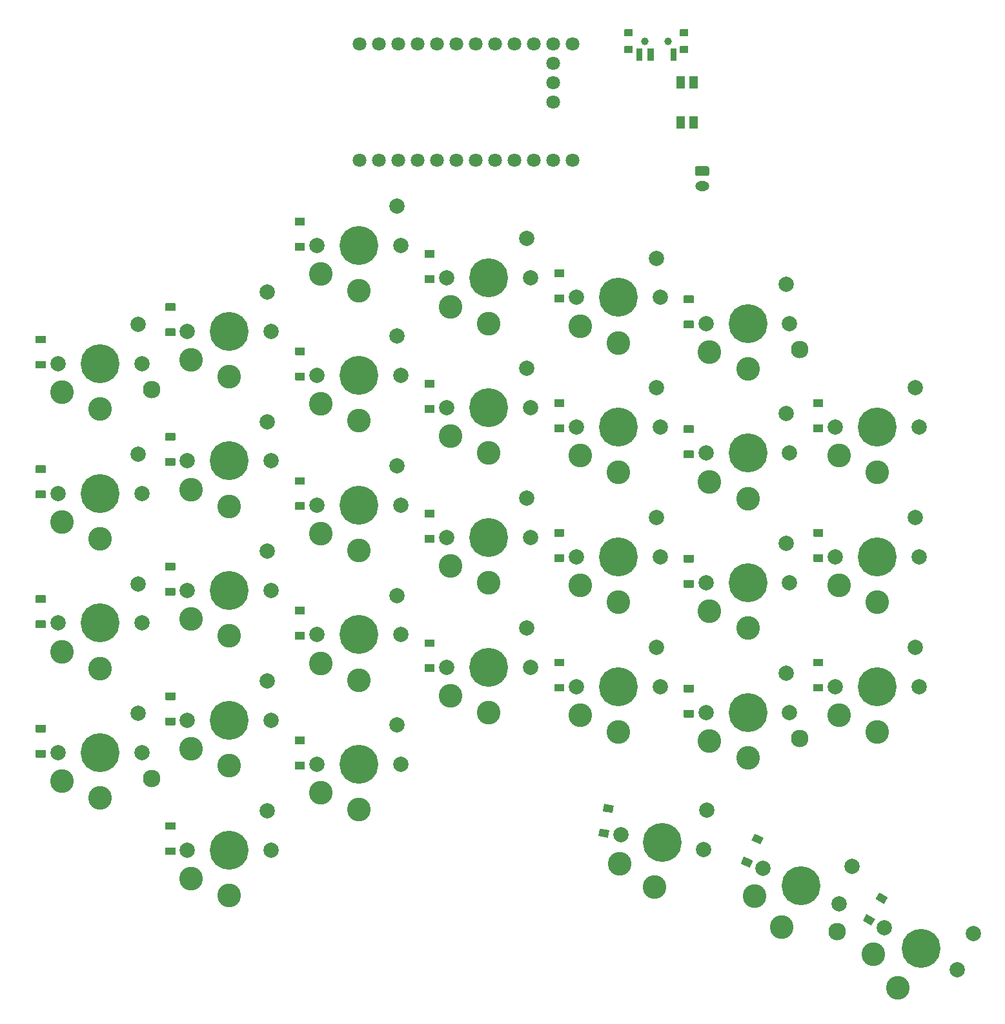
<source format=gts>
G04 #@! TF.GenerationSoftware,KiCad,Pcbnew,9.0.7+1*
G04 #@! TF.CreationDate,2026-02-15T05:04:03+00:00*
G04 #@! TF.ProjectId,left_pcb,6c656674-5f70-4636-922e-6b696361645f,v0.2*
G04 #@! TF.SameCoordinates,Original*
G04 #@! TF.FileFunction,Soldermask,Top*
G04 #@! TF.FilePolarity,Negative*
%FSLAX46Y46*%
G04 Gerber Fmt 4.6, Leading zero omitted, Abs format (unit mm)*
G04 Created by KiCad (PCBNEW 9.0.7+1) date 2026-02-15 05:04:03*
%MOMM*%
%LPD*%
G01*
G04 APERTURE LIST*
%ADD10C,5.100000*%
%ADD11C,2.000000*%
%ADD12C,3.100000*%
%ADD13C,1.800000*%
%ADD14O,1.850000X1.300000*%
%ADD15C,1.000000*%
%ADD16C,2.300000*%
G04 APERTURE END LIST*
D10*
X35000000Y-133000000D03*
D11*
X29500000Y-133000000D03*
X40500000Y-133000000D03*
X40000000Y-127850000D03*
D12*
X35000000Y-138950000D03*
X30000000Y-136750000D03*
D10*
X35000000Y-116000000D03*
D11*
X29500000Y-116000000D03*
X40500000Y-116000000D03*
X40000000Y-110850000D03*
D12*
X35000000Y-121950000D03*
X30000000Y-119750000D03*
D10*
X35000000Y-99000000D03*
D11*
X29500000Y-99000000D03*
X40500000Y-99000000D03*
X40000000Y-93850000D03*
D12*
X35000000Y-104950000D03*
X30000000Y-102750000D03*
D10*
X35000000Y-82000000D03*
D11*
X29500000Y-82000000D03*
X40500000Y-82000000D03*
X40000000Y-76850000D03*
D12*
X35000000Y-87950000D03*
X30000000Y-85750000D03*
D10*
X52000000Y-145750000D03*
D11*
X46500000Y-145750000D03*
X57500000Y-145750000D03*
X57000000Y-140600000D03*
D12*
X52000000Y-151700000D03*
X47000000Y-149500000D03*
D10*
X52000000Y-128750000D03*
D11*
X46500000Y-128750000D03*
X57500000Y-128750000D03*
X57000000Y-123600000D03*
D12*
X52000000Y-134700000D03*
X47000000Y-132500000D03*
D10*
X52000000Y-111750000D03*
D11*
X46500000Y-111750000D03*
X57500000Y-111750000D03*
X57000000Y-106600000D03*
D12*
X52000000Y-117700000D03*
X47000000Y-115500000D03*
D10*
X52000000Y-94750000D03*
D11*
X46500000Y-94750000D03*
X57500000Y-94750000D03*
X57000000Y-89600000D03*
D12*
X52000000Y-100700000D03*
X47000000Y-98500000D03*
D10*
X52000000Y-77750000D03*
D11*
X46500000Y-77750000D03*
X57500000Y-77750000D03*
X57000000Y-72600000D03*
D12*
X52000000Y-83700000D03*
X47000000Y-81500000D03*
D10*
X69000000Y-134530000D03*
D11*
X63500000Y-134530000D03*
X74500000Y-134530000D03*
X74000000Y-129380000D03*
D12*
X69000000Y-140480000D03*
X64000000Y-138280000D03*
D10*
X69000000Y-117530000D03*
D11*
X63500000Y-117530000D03*
X74500000Y-117530000D03*
X74000000Y-112380000D03*
D12*
X69000000Y-123480000D03*
X64000000Y-121280000D03*
D10*
X69000000Y-100530000D03*
D11*
X63500000Y-100530000D03*
X74500000Y-100530000D03*
X74000000Y-95380000D03*
D12*
X69000000Y-106480000D03*
X64000000Y-104280000D03*
D10*
X69000000Y-83530000D03*
D11*
X63500000Y-83530000D03*
X74500000Y-83530000D03*
X74000000Y-78380000D03*
D12*
X69000000Y-89480000D03*
X64000000Y-87280000D03*
D10*
X69000000Y-66530000D03*
D11*
X63500000Y-66530000D03*
X74500000Y-66530000D03*
X74000000Y-61380000D03*
D12*
X69000000Y-72480000D03*
X64000000Y-70280000D03*
D10*
X86000000Y-121780000D03*
D11*
X80500000Y-121780000D03*
X91500000Y-121780000D03*
X91000000Y-116630000D03*
D12*
X86000000Y-127730000D03*
X81000000Y-125530000D03*
D10*
X86000000Y-104780000D03*
D11*
X80500000Y-104780000D03*
X91500000Y-104780000D03*
X91000000Y-99630000D03*
D12*
X86000000Y-110730000D03*
X81000000Y-108530000D03*
D10*
X86000000Y-87780000D03*
D11*
X80500000Y-87780000D03*
X91500000Y-87780000D03*
X91000000Y-82630000D03*
D12*
X86000000Y-93730000D03*
X81000000Y-91530000D03*
D10*
X86000000Y-70780000D03*
D11*
X80500000Y-70780000D03*
X91500000Y-70780000D03*
X91000000Y-65630000D03*
D12*
X86000000Y-76730000D03*
X81000000Y-74530000D03*
D10*
X103000000Y-124330000D03*
D11*
X97500000Y-124330000D03*
X108500000Y-124330000D03*
X108000000Y-119180000D03*
D12*
X103000000Y-130280000D03*
X98000000Y-128080000D03*
D10*
X103000000Y-107330000D03*
D11*
X97500000Y-107330000D03*
X108500000Y-107330000D03*
X108000000Y-102180000D03*
D12*
X103000000Y-113280000D03*
X98000000Y-111080000D03*
D10*
X103000000Y-90330000D03*
D11*
X97500000Y-90330000D03*
X108500000Y-90330000D03*
X108000000Y-85180000D03*
D12*
X103000000Y-96280000D03*
X98000000Y-94080000D03*
D10*
X103000000Y-73330000D03*
D11*
X97500000Y-73330000D03*
X108500000Y-73330000D03*
X108000000Y-68180000D03*
D12*
X103000000Y-79280000D03*
X98000000Y-77080000D03*
D10*
X120000000Y-127730000D03*
D11*
X114500000Y-127730000D03*
X125500000Y-127730000D03*
X125000000Y-122580000D03*
D12*
X120000000Y-133680000D03*
X115000000Y-131480000D03*
D10*
X120000000Y-110730000D03*
D11*
X114500000Y-110730000D03*
X125500000Y-110730000D03*
X125000000Y-105580000D03*
D12*
X120000000Y-116680000D03*
X115000000Y-114480000D03*
D10*
X120000000Y-93730000D03*
D11*
X114500000Y-93730000D03*
X125500000Y-93730000D03*
X125000000Y-88580000D03*
D12*
X120000000Y-99680000D03*
X115000000Y-97480000D03*
D10*
X120000000Y-76730000D03*
D11*
X114500000Y-76730000D03*
X125500000Y-76730000D03*
X125000000Y-71580000D03*
D12*
X120000000Y-82680000D03*
X115000000Y-80480000D03*
D10*
X137000000Y-124330000D03*
D11*
X131500000Y-124330000D03*
X142500000Y-124330000D03*
X142000000Y-119180000D03*
D12*
X137000000Y-130280000D03*
X132000000Y-128080000D03*
D10*
X137000000Y-107330000D03*
D11*
X131500000Y-107330000D03*
X142500000Y-107330000D03*
X142000000Y-102180000D03*
D12*
X137000000Y-113280000D03*
X132000000Y-111080000D03*
D10*
X137000000Y-90330000D03*
D11*
X131500000Y-90330000D03*
X142500000Y-90330000D03*
X142000000Y-85180000D03*
D12*
X137000000Y-96280000D03*
X132000000Y-94080000D03*
D10*
X108780000Y-144730000D03*
D11*
X103363557Y-143774935D03*
X114196443Y-145685065D03*
X114598327Y-140526481D03*
D12*
X107746793Y-150589606D03*
X103204781Y-147554788D03*
D10*
X126970728Y-150465514D03*
D11*
X121986035Y-148141114D03*
X131955421Y-152789914D03*
X133678751Y-147911120D03*
D12*
X124456149Y-155858045D03*
X120854371Y-151751077D03*
D10*
X142693305Y-158650170D03*
D11*
X137930165Y-155900170D03*
X147456445Y-161400170D03*
X149598432Y-156690139D03*
D12*
X139718305Y-163803021D03*
X136488178Y-159397765D03*
G36*
G01*
X27850000Y-133650000D02*
X26650000Y-133650000D01*
G75*
G02*
X26600000Y-133600000I0J50000D01*
G01*
X26600000Y-132700000D01*
G75*
G02*
X26650000Y-132650000I50000J0D01*
G01*
X27850000Y-132650000D01*
G75*
G02*
X27900000Y-132700000I0J-50000D01*
G01*
X27900000Y-133600000D01*
G75*
G02*
X27850000Y-133650000I-50000J0D01*
G01*
G37*
G36*
G01*
X27850000Y-130350000D02*
X26650000Y-130350000D01*
G75*
G02*
X26600000Y-130300000I0J50000D01*
G01*
X26600000Y-129400000D01*
G75*
G02*
X26650000Y-129350000I50000J0D01*
G01*
X27850000Y-129350000D01*
G75*
G02*
X27900000Y-129400000I0J-50000D01*
G01*
X27900000Y-130300000D01*
G75*
G02*
X27850000Y-130350000I-50000J0D01*
G01*
G37*
G36*
G01*
X27850000Y-116650000D02*
X26650000Y-116650000D01*
G75*
G02*
X26600000Y-116600000I0J50000D01*
G01*
X26600000Y-115700000D01*
G75*
G02*
X26650000Y-115650000I50000J0D01*
G01*
X27850000Y-115650000D01*
G75*
G02*
X27900000Y-115700000I0J-50000D01*
G01*
X27900000Y-116600000D01*
G75*
G02*
X27850000Y-116650000I-50000J0D01*
G01*
G37*
G36*
G01*
X27850000Y-113350000D02*
X26650000Y-113350000D01*
G75*
G02*
X26600000Y-113300000I0J50000D01*
G01*
X26600000Y-112400000D01*
G75*
G02*
X26650000Y-112350000I50000J0D01*
G01*
X27850000Y-112350000D01*
G75*
G02*
X27900000Y-112400000I0J-50000D01*
G01*
X27900000Y-113300000D01*
G75*
G02*
X27850000Y-113350000I-50000J0D01*
G01*
G37*
G36*
G01*
X27850000Y-99650000D02*
X26650000Y-99650000D01*
G75*
G02*
X26600000Y-99600000I0J50000D01*
G01*
X26600000Y-98700000D01*
G75*
G02*
X26650000Y-98650000I50000J0D01*
G01*
X27850000Y-98650000D01*
G75*
G02*
X27900000Y-98700000I0J-50000D01*
G01*
X27900000Y-99600000D01*
G75*
G02*
X27850000Y-99650000I-50000J0D01*
G01*
G37*
G36*
G01*
X27850000Y-96350000D02*
X26650000Y-96350000D01*
G75*
G02*
X26600000Y-96300000I0J50000D01*
G01*
X26600000Y-95400000D01*
G75*
G02*
X26650000Y-95350000I50000J0D01*
G01*
X27850000Y-95350000D01*
G75*
G02*
X27900000Y-95400000I0J-50000D01*
G01*
X27900000Y-96300000D01*
G75*
G02*
X27850000Y-96350000I-50000J0D01*
G01*
G37*
G36*
G01*
X27850000Y-82650000D02*
X26650000Y-82650000D01*
G75*
G02*
X26600000Y-82600000I0J50000D01*
G01*
X26600000Y-81700000D01*
G75*
G02*
X26650000Y-81650000I50000J0D01*
G01*
X27850000Y-81650000D01*
G75*
G02*
X27900000Y-81700000I0J-50000D01*
G01*
X27900000Y-82600000D01*
G75*
G02*
X27850000Y-82650000I-50000J0D01*
G01*
G37*
G36*
G01*
X27850000Y-79350000D02*
X26650000Y-79350000D01*
G75*
G02*
X26600000Y-79300000I0J50000D01*
G01*
X26600000Y-78400000D01*
G75*
G02*
X26650000Y-78350000I50000J0D01*
G01*
X27850000Y-78350000D01*
G75*
G02*
X27900000Y-78400000I0J-50000D01*
G01*
X27900000Y-79300000D01*
G75*
G02*
X27850000Y-79350000I-50000J0D01*
G01*
G37*
G36*
G01*
X44850000Y-146400000D02*
X43650000Y-146400000D01*
G75*
G02*
X43600000Y-146350000I0J50000D01*
G01*
X43600000Y-145450000D01*
G75*
G02*
X43650000Y-145400000I50000J0D01*
G01*
X44850000Y-145400000D01*
G75*
G02*
X44900000Y-145450000I0J-50000D01*
G01*
X44900000Y-146350000D01*
G75*
G02*
X44850000Y-146400000I-50000J0D01*
G01*
G37*
G36*
G01*
X44850000Y-143100000D02*
X43650000Y-143100000D01*
G75*
G02*
X43600000Y-143050000I0J50000D01*
G01*
X43600000Y-142150000D01*
G75*
G02*
X43650000Y-142100000I50000J0D01*
G01*
X44850000Y-142100000D01*
G75*
G02*
X44900000Y-142150000I0J-50000D01*
G01*
X44900000Y-143050000D01*
G75*
G02*
X44850000Y-143100000I-50000J0D01*
G01*
G37*
G36*
G01*
X44850000Y-129400000D02*
X43650000Y-129400000D01*
G75*
G02*
X43600000Y-129350000I0J50000D01*
G01*
X43600000Y-128450000D01*
G75*
G02*
X43650000Y-128400000I50000J0D01*
G01*
X44850000Y-128400000D01*
G75*
G02*
X44900000Y-128450000I0J-50000D01*
G01*
X44900000Y-129350000D01*
G75*
G02*
X44850000Y-129400000I-50000J0D01*
G01*
G37*
G36*
G01*
X44850000Y-126100000D02*
X43650000Y-126100000D01*
G75*
G02*
X43600000Y-126050000I0J50000D01*
G01*
X43600000Y-125150000D01*
G75*
G02*
X43650000Y-125100000I50000J0D01*
G01*
X44850000Y-125100000D01*
G75*
G02*
X44900000Y-125150000I0J-50000D01*
G01*
X44900000Y-126050000D01*
G75*
G02*
X44850000Y-126100000I-50000J0D01*
G01*
G37*
G36*
G01*
X44850000Y-112400000D02*
X43650000Y-112400000D01*
G75*
G02*
X43600000Y-112350000I0J50000D01*
G01*
X43600000Y-111450000D01*
G75*
G02*
X43650000Y-111400000I50000J0D01*
G01*
X44850000Y-111400000D01*
G75*
G02*
X44900000Y-111450000I0J-50000D01*
G01*
X44900000Y-112350000D01*
G75*
G02*
X44850000Y-112400000I-50000J0D01*
G01*
G37*
G36*
G01*
X44850000Y-109100000D02*
X43650000Y-109100000D01*
G75*
G02*
X43600000Y-109050000I0J50000D01*
G01*
X43600000Y-108150000D01*
G75*
G02*
X43650000Y-108100000I50000J0D01*
G01*
X44850000Y-108100000D01*
G75*
G02*
X44900000Y-108150000I0J-50000D01*
G01*
X44900000Y-109050000D01*
G75*
G02*
X44850000Y-109100000I-50000J0D01*
G01*
G37*
G36*
G01*
X44850000Y-95400000D02*
X43650000Y-95400000D01*
G75*
G02*
X43600000Y-95350000I0J50000D01*
G01*
X43600000Y-94450000D01*
G75*
G02*
X43650000Y-94400000I50000J0D01*
G01*
X44850000Y-94400000D01*
G75*
G02*
X44900000Y-94450000I0J-50000D01*
G01*
X44900000Y-95350000D01*
G75*
G02*
X44850000Y-95400000I-50000J0D01*
G01*
G37*
G36*
G01*
X44850000Y-92100000D02*
X43650000Y-92100000D01*
G75*
G02*
X43600000Y-92050000I0J50000D01*
G01*
X43600000Y-91150000D01*
G75*
G02*
X43650000Y-91100000I50000J0D01*
G01*
X44850000Y-91100000D01*
G75*
G02*
X44900000Y-91150000I0J-50000D01*
G01*
X44900000Y-92050000D01*
G75*
G02*
X44850000Y-92100000I-50000J0D01*
G01*
G37*
G36*
G01*
X44850000Y-78400000D02*
X43650000Y-78400000D01*
G75*
G02*
X43600000Y-78350000I0J50000D01*
G01*
X43600000Y-77450000D01*
G75*
G02*
X43650000Y-77400000I50000J0D01*
G01*
X44850000Y-77400000D01*
G75*
G02*
X44900000Y-77450000I0J-50000D01*
G01*
X44900000Y-78350000D01*
G75*
G02*
X44850000Y-78400000I-50000J0D01*
G01*
G37*
G36*
G01*
X44850000Y-75100000D02*
X43650000Y-75100000D01*
G75*
G02*
X43600000Y-75050000I0J50000D01*
G01*
X43600000Y-74150000D01*
G75*
G02*
X43650000Y-74100000I50000J0D01*
G01*
X44850000Y-74100000D01*
G75*
G02*
X44900000Y-74150000I0J-50000D01*
G01*
X44900000Y-75050000D01*
G75*
G02*
X44850000Y-75100000I-50000J0D01*
G01*
G37*
G36*
G01*
X61850000Y-135180000D02*
X60650000Y-135180000D01*
G75*
G02*
X60600000Y-135130000I0J50000D01*
G01*
X60600000Y-134230000D01*
G75*
G02*
X60650000Y-134180000I50000J0D01*
G01*
X61850000Y-134180000D01*
G75*
G02*
X61900000Y-134230000I0J-50000D01*
G01*
X61900000Y-135130000D01*
G75*
G02*
X61850000Y-135180000I-50000J0D01*
G01*
G37*
G36*
G01*
X61850000Y-131880000D02*
X60650000Y-131880000D01*
G75*
G02*
X60600000Y-131830000I0J50000D01*
G01*
X60600000Y-130930000D01*
G75*
G02*
X60650000Y-130880000I50000J0D01*
G01*
X61850000Y-130880000D01*
G75*
G02*
X61900000Y-130930000I0J-50000D01*
G01*
X61900000Y-131830000D01*
G75*
G02*
X61850000Y-131880000I-50000J0D01*
G01*
G37*
G36*
G01*
X61850000Y-118180000D02*
X60650000Y-118180000D01*
G75*
G02*
X60600000Y-118130000I0J50000D01*
G01*
X60600000Y-117230000D01*
G75*
G02*
X60650000Y-117180000I50000J0D01*
G01*
X61850000Y-117180000D01*
G75*
G02*
X61900000Y-117230000I0J-50000D01*
G01*
X61900000Y-118130000D01*
G75*
G02*
X61850000Y-118180000I-50000J0D01*
G01*
G37*
G36*
G01*
X61850000Y-114880000D02*
X60650000Y-114880000D01*
G75*
G02*
X60600000Y-114830000I0J50000D01*
G01*
X60600000Y-113930000D01*
G75*
G02*
X60650000Y-113880000I50000J0D01*
G01*
X61850000Y-113880000D01*
G75*
G02*
X61900000Y-113930000I0J-50000D01*
G01*
X61900000Y-114830000D01*
G75*
G02*
X61850000Y-114880000I-50000J0D01*
G01*
G37*
G36*
G01*
X61850000Y-101180000D02*
X60650000Y-101180000D01*
G75*
G02*
X60600000Y-101130000I0J50000D01*
G01*
X60600000Y-100230000D01*
G75*
G02*
X60650000Y-100180000I50000J0D01*
G01*
X61850000Y-100180000D01*
G75*
G02*
X61900000Y-100230000I0J-50000D01*
G01*
X61900000Y-101130000D01*
G75*
G02*
X61850000Y-101180000I-50000J0D01*
G01*
G37*
G36*
G01*
X61850000Y-97880000D02*
X60650000Y-97880000D01*
G75*
G02*
X60600000Y-97830000I0J50000D01*
G01*
X60600000Y-96930000D01*
G75*
G02*
X60650000Y-96880000I50000J0D01*
G01*
X61850000Y-96880000D01*
G75*
G02*
X61900000Y-96930000I0J-50000D01*
G01*
X61900000Y-97830000D01*
G75*
G02*
X61850000Y-97880000I-50000J0D01*
G01*
G37*
G36*
G01*
X61850000Y-84180000D02*
X60650000Y-84180000D01*
G75*
G02*
X60600000Y-84130000I0J50000D01*
G01*
X60600000Y-83230000D01*
G75*
G02*
X60650000Y-83180000I50000J0D01*
G01*
X61850000Y-83180000D01*
G75*
G02*
X61900000Y-83230000I0J-50000D01*
G01*
X61900000Y-84130000D01*
G75*
G02*
X61850000Y-84180000I-50000J0D01*
G01*
G37*
G36*
G01*
X61850000Y-80880000D02*
X60650000Y-80880000D01*
G75*
G02*
X60600000Y-80830000I0J50000D01*
G01*
X60600000Y-79930000D01*
G75*
G02*
X60650000Y-79880000I50000J0D01*
G01*
X61850000Y-79880000D01*
G75*
G02*
X61900000Y-79930000I0J-50000D01*
G01*
X61900000Y-80830000D01*
G75*
G02*
X61850000Y-80880000I-50000J0D01*
G01*
G37*
G36*
G01*
X61850000Y-67180000D02*
X60650000Y-67180000D01*
G75*
G02*
X60600000Y-67130000I0J50000D01*
G01*
X60600000Y-66230000D01*
G75*
G02*
X60650000Y-66180000I50000J0D01*
G01*
X61850000Y-66180000D01*
G75*
G02*
X61900000Y-66230000I0J-50000D01*
G01*
X61900000Y-67130000D01*
G75*
G02*
X61850000Y-67180000I-50000J0D01*
G01*
G37*
G36*
G01*
X61850000Y-63880000D02*
X60650000Y-63880000D01*
G75*
G02*
X60600000Y-63830000I0J50000D01*
G01*
X60600000Y-62930000D01*
G75*
G02*
X60650000Y-62880000I50000J0D01*
G01*
X61850000Y-62880000D01*
G75*
G02*
X61900000Y-62930000I0J-50000D01*
G01*
X61900000Y-63830000D01*
G75*
G02*
X61850000Y-63880000I-50000J0D01*
G01*
G37*
G36*
G01*
X78850000Y-122430000D02*
X77650000Y-122430000D01*
G75*
G02*
X77600000Y-122380000I0J50000D01*
G01*
X77600000Y-121480000D01*
G75*
G02*
X77650000Y-121430000I50000J0D01*
G01*
X78850000Y-121430000D01*
G75*
G02*
X78900000Y-121480000I0J-50000D01*
G01*
X78900000Y-122380000D01*
G75*
G02*
X78850000Y-122430000I-50000J0D01*
G01*
G37*
G36*
G01*
X78850000Y-119130000D02*
X77650000Y-119130000D01*
G75*
G02*
X77600000Y-119080000I0J50000D01*
G01*
X77600000Y-118180000D01*
G75*
G02*
X77650000Y-118130000I50000J0D01*
G01*
X78850000Y-118130000D01*
G75*
G02*
X78900000Y-118180000I0J-50000D01*
G01*
X78900000Y-119080000D01*
G75*
G02*
X78850000Y-119130000I-50000J0D01*
G01*
G37*
G36*
G01*
X78850000Y-105430000D02*
X77650000Y-105430000D01*
G75*
G02*
X77600000Y-105380000I0J50000D01*
G01*
X77600000Y-104480000D01*
G75*
G02*
X77650000Y-104430000I50000J0D01*
G01*
X78850000Y-104430000D01*
G75*
G02*
X78900000Y-104480000I0J-50000D01*
G01*
X78900000Y-105380000D01*
G75*
G02*
X78850000Y-105430000I-50000J0D01*
G01*
G37*
G36*
G01*
X78850000Y-102130000D02*
X77650000Y-102130000D01*
G75*
G02*
X77600000Y-102080000I0J50000D01*
G01*
X77600000Y-101180000D01*
G75*
G02*
X77650000Y-101130000I50000J0D01*
G01*
X78850000Y-101130000D01*
G75*
G02*
X78900000Y-101180000I0J-50000D01*
G01*
X78900000Y-102080000D01*
G75*
G02*
X78850000Y-102130000I-50000J0D01*
G01*
G37*
G36*
G01*
X78850000Y-88430000D02*
X77650000Y-88430000D01*
G75*
G02*
X77600000Y-88380000I0J50000D01*
G01*
X77600000Y-87480000D01*
G75*
G02*
X77650000Y-87430000I50000J0D01*
G01*
X78850000Y-87430000D01*
G75*
G02*
X78900000Y-87480000I0J-50000D01*
G01*
X78900000Y-88380000D01*
G75*
G02*
X78850000Y-88430000I-50000J0D01*
G01*
G37*
G36*
G01*
X78850000Y-85130000D02*
X77650000Y-85130000D01*
G75*
G02*
X77600000Y-85080000I0J50000D01*
G01*
X77600000Y-84180000D01*
G75*
G02*
X77650000Y-84130000I50000J0D01*
G01*
X78850000Y-84130000D01*
G75*
G02*
X78900000Y-84180000I0J-50000D01*
G01*
X78900000Y-85080000D01*
G75*
G02*
X78850000Y-85130000I-50000J0D01*
G01*
G37*
G36*
G01*
X78850000Y-71430000D02*
X77650000Y-71430000D01*
G75*
G02*
X77600000Y-71380000I0J50000D01*
G01*
X77600000Y-70480000D01*
G75*
G02*
X77650000Y-70430000I50000J0D01*
G01*
X78850000Y-70430000D01*
G75*
G02*
X78900000Y-70480000I0J-50000D01*
G01*
X78900000Y-71380000D01*
G75*
G02*
X78850000Y-71430000I-50000J0D01*
G01*
G37*
G36*
G01*
X78850000Y-68130000D02*
X77650000Y-68130000D01*
G75*
G02*
X77600000Y-68080000I0J50000D01*
G01*
X77600000Y-67180000D01*
G75*
G02*
X77650000Y-67130000I50000J0D01*
G01*
X78850000Y-67130000D01*
G75*
G02*
X78900000Y-67180000I0J-50000D01*
G01*
X78900000Y-68080000D01*
G75*
G02*
X78850000Y-68130000I-50000J0D01*
G01*
G37*
G36*
G01*
X95850000Y-124980000D02*
X94650000Y-124980000D01*
G75*
G02*
X94600000Y-124930000I0J50000D01*
G01*
X94600000Y-124030000D01*
G75*
G02*
X94650000Y-123980000I50000J0D01*
G01*
X95850000Y-123980000D01*
G75*
G02*
X95900000Y-124030000I0J-50000D01*
G01*
X95900000Y-124930000D01*
G75*
G02*
X95850000Y-124980000I-50000J0D01*
G01*
G37*
G36*
G01*
X95850000Y-121680000D02*
X94650000Y-121680000D01*
G75*
G02*
X94600000Y-121630000I0J50000D01*
G01*
X94600000Y-120730000D01*
G75*
G02*
X94650000Y-120680000I50000J0D01*
G01*
X95850000Y-120680000D01*
G75*
G02*
X95900000Y-120730000I0J-50000D01*
G01*
X95900000Y-121630000D01*
G75*
G02*
X95850000Y-121680000I-50000J0D01*
G01*
G37*
G36*
G01*
X95850000Y-107980000D02*
X94650000Y-107980000D01*
G75*
G02*
X94600000Y-107930000I0J50000D01*
G01*
X94600000Y-107030000D01*
G75*
G02*
X94650000Y-106980000I50000J0D01*
G01*
X95850000Y-106980000D01*
G75*
G02*
X95900000Y-107030000I0J-50000D01*
G01*
X95900000Y-107930000D01*
G75*
G02*
X95850000Y-107980000I-50000J0D01*
G01*
G37*
G36*
G01*
X95850000Y-104680000D02*
X94650000Y-104680000D01*
G75*
G02*
X94600000Y-104630000I0J50000D01*
G01*
X94600000Y-103730000D01*
G75*
G02*
X94650000Y-103680000I50000J0D01*
G01*
X95850000Y-103680000D01*
G75*
G02*
X95900000Y-103730000I0J-50000D01*
G01*
X95900000Y-104630000D01*
G75*
G02*
X95850000Y-104680000I-50000J0D01*
G01*
G37*
G36*
G01*
X95850000Y-90980000D02*
X94650000Y-90980000D01*
G75*
G02*
X94600000Y-90930000I0J50000D01*
G01*
X94600000Y-90030000D01*
G75*
G02*
X94650000Y-89980000I50000J0D01*
G01*
X95850000Y-89980000D01*
G75*
G02*
X95900000Y-90030000I0J-50000D01*
G01*
X95900000Y-90930000D01*
G75*
G02*
X95850000Y-90980000I-50000J0D01*
G01*
G37*
G36*
G01*
X95850000Y-87680000D02*
X94650000Y-87680000D01*
G75*
G02*
X94600000Y-87630000I0J50000D01*
G01*
X94600000Y-86730000D01*
G75*
G02*
X94650000Y-86680000I50000J0D01*
G01*
X95850000Y-86680000D01*
G75*
G02*
X95900000Y-86730000I0J-50000D01*
G01*
X95900000Y-87630000D01*
G75*
G02*
X95850000Y-87680000I-50000J0D01*
G01*
G37*
G36*
G01*
X95850000Y-73980000D02*
X94650000Y-73980000D01*
G75*
G02*
X94600000Y-73930000I0J50000D01*
G01*
X94600000Y-73030000D01*
G75*
G02*
X94650000Y-72980000I50000J0D01*
G01*
X95850000Y-72980000D01*
G75*
G02*
X95900000Y-73030000I0J-50000D01*
G01*
X95900000Y-73930000D01*
G75*
G02*
X95850000Y-73980000I-50000J0D01*
G01*
G37*
G36*
G01*
X95850000Y-70680000D02*
X94650000Y-70680000D01*
G75*
G02*
X94600000Y-70630000I0J50000D01*
G01*
X94600000Y-69730000D01*
G75*
G02*
X94650000Y-69680000I50000J0D01*
G01*
X95850000Y-69680000D01*
G75*
G02*
X95900000Y-69730000I0J-50000D01*
G01*
X95900000Y-70630000D01*
G75*
G02*
X95850000Y-70680000I-50000J0D01*
G01*
G37*
G36*
G01*
X112850000Y-128380000D02*
X111650000Y-128380000D01*
G75*
G02*
X111600000Y-128330000I0J50000D01*
G01*
X111600000Y-127430000D01*
G75*
G02*
X111650000Y-127380000I50000J0D01*
G01*
X112850000Y-127380000D01*
G75*
G02*
X112900000Y-127430000I0J-50000D01*
G01*
X112900000Y-128330000D01*
G75*
G02*
X112850000Y-128380000I-50000J0D01*
G01*
G37*
G36*
G01*
X112850000Y-125080000D02*
X111650000Y-125080000D01*
G75*
G02*
X111600000Y-125030000I0J50000D01*
G01*
X111600000Y-124130000D01*
G75*
G02*
X111650000Y-124080000I50000J0D01*
G01*
X112850000Y-124080000D01*
G75*
G02*
X112900000Y-124130000I0J-50000D01*
G01*
X112900000Y-125030000D01*
G75*
G02*
X112850000Y-125080000I-50000J0D01*
G01*
G37*
G36*
G01*
X112850000Y-111380000D02*
X111650000Y-111380000D01*
G75*
G02*
X111600000Y-111330000I0J50000D01*
G01*
X111600000Y-110430000D01*
G75*
G02*
X111650000Y-110380000I50000J0D01*
G01*
X112850000Y-110380000D01*
G75*
G02*
X112900000Y-110430000I0J-50000D01*
G01*
X112900000Y-111330000D01*
G75*
G02*
X112850000Y-111380000I-50000J0D01*
G01*
G37*
G36*
G01*
X112850000Y-108080000D02*
X111650000Y-108080000D01*
G75*
G02*
X111600000Y-108030000I0J50000D01*
G01*
X111600000Y-107130000D01*
G75*
G02*
X111650000Y-107080000I50000J0D01*
G01*
X112850000Y-107080000D01*
G75*
G02*
X112900000Y-107130000I0J-50000D01*
G01*
X112900000Y-108030000D01*
G75*
G02*
X112850000Y-108080000I-50000J0D01*
G01*
G37*
G36*
G01*
X112850000Y-94380000D02*
X111650000Y-94380000D01*
G75*
G02*
X111600000Y-94330000I0J50000D01*
G01*
X111600000Y-93430000D01*
G75*
G02*
X111650000Y-93380000I50000J0D01*
G01*
X112850000Y-93380000D01*
G75*
G02*
X112900000Y-93430000I0J-50000D01*
G01*
X112900000Y-94330000D01*
G75*
G02*
X112850000Y-94380000I-50000J0D01*
G01*
G37*
G36*
G01*
X112850000Y-91080000D02*
X111650000Y-91080000D01*
G75*
G02*
X111600000Y-91030000I0J50000D01*
G01*
X111600000Y-90130000D01*
G75*
G02*
X111650000Y-90080000I50000J0D01*
G01*
X112850000Y-90080000D01*
G75*
G02*
X112900000Y-90130000I0J-50000D01*
G01*
X112900000Y-91030000D01*
G75*
G02*
X112850000Y-91080000I-50000J0D01*
G01*
G37*
G36*
G01*
X112850000Y-77380000D02*
X111650000Y-77380000D01*
G75*
G02*
X111600000Y-77330000I0J50000D01*
G01*
X111600000Y-76430000D01*
G75*
G02*
X111650000Y-76380000I50000J0D01*
G01*
X112850000Y-76380000D01*
G75*
G02*
X112900000Y-76430000I0J-50000D01*
G01*
X112900000Y-77330000D01*
G75*
G02*
X112850000Y-77380000I-50000J0D01*
G01*
G37*
G36*
G01*
X112850000Y-74080000D02*
X111650000Y-74080000D01*
G75*
G02*
X111600000Y-74030000I0J50000D01*
G01*
X111600000Y-73130000D01*
G75*
G02*
X111650000Y-73080000I50000J0D01*
G01*
X112850000Y-73080000D01*
G75*
G02*
X112900000Y-73130000I0J-50000D01*
G01*
X112900000Y-74030000D01*
G75*
G02*
X112850000Y-74080000I-50000J0D01*
G01*
G37*
G36*
G01*
X129850000Y-124980000D02*
X128650000Y-124980000D01*
G75*
G02*
X128600000Y-124930000I0J50000D01*
G01*
X128600000Y-124030000D01*
G75*
G02*
X128650000Y-123980000I50000J0D01*
G01*
X129850000Y-123980000D01*
G75*
G02*
X129900000Y-124030000I0J-50000D01*
G01*
X129900000Y-124930000D01*
G75*
G02*
X129850000Y-124980000I-50000J0D01*
G01*
G37*
G36*
G01*
X129850000Y-121680000D02*
X128650000Y-121680000D01*
G75*
G02*
X128600000Y-121630000I0J50000D01*
G01*
X128600000Y-120730000D01*
G75*
G02*
X128650000Y-120680000I50000J0D01*
G01*
X129850000Y-120680000D01*
G75*
G02*
X129900000Y-120730000I0J-50000D01*
G01*
X129900000Y-121630000D01*
G75*
G02*
X129850000Y-121680000I-50000J0D01*
G01*
G37*
G36*
G01*
X129850000Y-107980000D02*
X128650000Y-107980000D01*
G75*
G02*
X128600000Y-107930000I0J50000D01*
G01*
X128600000Y-107030000D01*
G75*
G02*
X128650000Y-106980000I50000J0D01*
G01*
X129850000Y-106980000D01*
G75*
G02*
X129900000Y-107030000I0J-50000D01*
G01*
X129900000Y-107930000D01*
G75*
G02*
X129850000Y-107980000I-50000J0D01*
G01*
G37*
G36*
G01*
X129850000Y-104680000D02*
X128650000Y-104680000D01*
G75*
G02*
X128600000Y-104630000I0J50000D01*
G01*
X128600000Y-103730000D01*
G75*
G02*
X128650000Y-103680000I50000J0D01*
G01*
X129850000Y-103680000D01*
G75*
G02*
X129900000Y-103730000I0J-50000D01*
G01*
X129900000Y-104630000D01*
G75*
G02*
X129850000Y-104680000I-50000J0D01*
G01*
G37*
G36*
G01*
X129850000Y-90980000D02*
X128650000Y-90980000D01*
G75*
G02*
X128600000Y-90930000I0J50000D01*
G01*
X128600000Y-90030000D01*
G75*
G02*
X128650000Y-89980000I50000J0D01*
G01*
X129850000Y-89980000D01*
G75*
G02*
X129900000Y-90030000I0J-50000D01*
G01*
X129900000Y-90930000D01*
G75*
G02*
X129850000Y-90980000I-50000J0D01*
G01*
G37*
G36*
G01*
X129850000Y-87680000D02*
X128650000Y-87680000D01*
G75*
G02*
X128600000Y-87630000I0J50000D01*
G01*
X128600000Y-86730000D01*
G75*
G02*
X128650000Y-86680000I50000J0D01*
G01*
X129850000Y-86680000D01*
G75*
G02*
X129900000Y-86730000I0J-50000D01*
G01*
X129900000Y-87630000D01*
G75*
G02*
X129850000Y-87680000I-50000J0D01*
G01*
G37*
G36*
G01*
X101625754Y-144128540D02*
X100443985Y-143920163D01*
G75*
G02*
X100403427Y-143862241I8682J49240D01*
G01*
X100559710Y-142975914D01*
G75*
G02*
X100617632Y-142935356I49240J-8682D01*
G01*
X101799401Y-143143733D01*
G75*
G02*
X101839959Y-143201655I-8682J-49240D01*
G01*
X101683676Y-144087982D01*
G75*
G02*
X101625754Y-144128540I-49240J8682D01*
G01*
G37*
G36*
G01*
X102198792Y-140878674D02*
X101017023Y-140670297D01*
G75*
G02*
X100976465Y-140612375I8682J49240D01*
G01*
X101132748Y-139726048D01*
G75*
G02*
X101190670Y-139685490I49240J-8682D01*
G01*
X102372439Y-139893867D01*
G75*
G02*
X102412997Y-139951789I-8682J-49240D01*
G01*
X102256714Y-140838116D01*
G75*
G02*
X102198792Y-140878674I-49240J8682D01*
G01*
G37*
G36*
G01*
X120215925Y-148032893D02*
X119128356Y-147525752D01*
G75*
G02*
X119104172Y-147459306I21131J45315D01*
G01*
X119484529Y-146643629D01*
G75*
G02*
X119550975Y-146619445I45315J-21131D01*
G01*
X120638544Y-147126586D01*
G75*
G02*
X120662728Y-147193032I-21131J-45315D01*
G01*
X120282371Y-148008709D01*
G75*
G02*
X120215925Y-148032893I-45315J21131D01*
G01*
G37*
G36*
G01*
X121610565Y-145042077D02*
X120522996Y-144534936D01*
G75*
G02*
X120498812Y-144468490I21131J45315D01*
G01*
X120879169Y-143652813D01*
G75*
G02*
X120945615Y-143628629I45315J-21131D01*
G01*
X122033184Y-144135770D01*
G75*
G02*
X122057368Y-144202216I-21131J-45315D01*
G01*
X121677011Y-145017893D01*
G75*
G02*
X121610565Y-145042077I-45315J21131D01*
G01*
G37*
G36*
G01*
X136176223Y-155638086D02*
X135136993Y-155038086D01*
G75*
G02*
X135118692Y-154969785I25000J43301D01*
G01*
X135568692Y-154190363D01*
G75*
G02*
X135636993Y-154172062I43301J-25000D01*
G01*
X136676223Y-154772062D01*
G75*
G02*
X136694524Y-154840363I-25000J-43301D01*
G01*
X136244524Y-155619785D01*
G75*
G02*
X136176223Y-155638086I-43301J25000D01*
G01*
G37*
G36*
G01*
X137826223Y-152780202D02*
X136786993Y-152180202D01*
G75*
G02*
X136768692Y-152111901I25000J43301D01*
G01*
X137218692Y-151332479D01*
G75*
G02*
X137286993Y-151314178I43301J-25000D01*
G01*
X138326223Y-151914178D01*
G75*
G02*
X138344524Y-151982479I-25000J-43301D01*
G01*
X137894524Y-152761901D01*
G75*
G02*
X137826223Y-152780202I-43301J25000D01*
G01*
G37*
D13*
X69050000Y-55390000D03*
X69050000Y-40150000D03*
X71590000Y-55390000D03*
X71590000Y-40150000D03*
X74130000Y-55390000D03*
X74130000Y-40150000D03*
X76670000Y-55390000D03*
X76670000Y-40150000D03*
X79210000Y-55390000D03*
X79210000Y-40150000D03*
X81750000Y-55390000D03*
X81750000Y-40150000D03*
X84290000Y-55390000D03*
X84290000Y-40150000D03*
X86830000Y-55390000D03*
X86830000Y-40150000D03*
X89370000Y-55390000D03*
X89370000Y-40150000D03*
X91910000Y-55390000D03*
X91910000Y-40150000D03*
X94450000Y-55390000D03*
X94450000Y-40150000D03*
X96990000Y-55390000D03*
X96990000Y-40150000D03*
X94450000Y-42690000D03*
X94450000Y-45230000D03*
X94450000Y-47770000D03*
G36*
G01*
X113335000Y-56120000D02*
X114665000Y-56120000D01*
G75*
G02*
X114925000Y-56380000I0J-260000D01*
G01*
X114925000Y-57160000D01*
G75*
G02*
X114665000Y-57420000I-260000J0D01*
G01*
X113335000Y-57420000D01*
G75*
G02*
X113075000Y-57160000I0J260000D01*
G01*
X113075000Y-56380000D01*
G75*
G02*
X113335000Y-56120000I260000J0D01*
G01*
G37*
D14*
X114000000Y-58770000D03*
G36*
G01*
X113350000Y-51220000D02*
X112350000Y-51220000D01*
G75*
G02*
X112300000Y-51170000I0J50000D01*
G01*
X112300000Y-49620000D01*
G75*
G02*
X112350000Y-49570000I50000J0D01*
G01*
X113350000Y-49570000D01*
G75*
G02*
X113400000Y-49620000I0J-50000D01*
G01*
X113400000Y-51170000D01*
G75*
G02*
X113350000Y-51220000I-50000J0D01*
G01*
G37*
G36*
G01*
X111650000Y-51220000D02*
X110650000Y-51220000D01*
G75*
G02*
X110600000Y-51170000I0J50000D01*
G01*
X110600000Y-49620000D01*
G75*
G02*
X110650000Y-49570000I50000J0D01*
G01*
X111650000Y-49570000D01*
G75*
G02*
X111700000Y-49620000I0J-50000D01*
G01*
X111700000Y-51170000D01*
G75*
G02*
X111650000Y-51220000I-50000J0D01*
G01*
G37*
G36*
G01*
X113350000Y-45970000D02*
X112350000Y-45970000D01*
G75*
G02*
X112300000Y-45920000I0J50000D01*
G01*
X112300000Y-44370000D01*
G75*
G02*
X112350000Y-44320000I50000J0D01*
G01*
X113350000Y-44320000D01*
G75*
G02*
X113400000Y-44370000I0J-50000D01*
G01*
X113400000Y-45920000D01*
G75*
G02*
X113350000Y-45970000I-50000J0D01*
G01*
G37*
G36*
G01*
X111650000Y-45970000D02*
X110650000Y-45970000D01*
G75*
G02*
X110600000Y-45920000I0J50000D01*
G01*
X110600000Y-44370000D01*
G75*
G02*
X110650000Y-44320000I50000J0D01*
G01*
X111650000Y-44320000D01*
G75*
G02*
X111700000Y-44370000I0J-50000D01*
G01*
X111700000Y-45920000D01*
G75*
G02*
X111650000Y-45970000I-50000J0D01*
G01*
G37*
G36*
G01*
X104900000Y-38245000D02*
X104900000Y-39045000D01*
G75*
G02*
X104850000Y-39095000I-50000J0D01*
G01*
X103850000Y-39095000D01*
G75*
G02*
X103800000Y-39045000I0J50000D01*
G01*
X103800000Y-38245000D01*
G75*
G02*
X103850000Y-38195000I50000J0D01*
G01*
X104850000Y-38195000D01*
G75*
G02*
X104900000Y-38245000I0J-50000D01*
G01*
G37*
G36*
G01*
X104900000Y-40455000D02*
X104900000Y-41255000D01*
G75*
G02*
X104850000Y-41305000I-50000J0D01*
G01*
X103850000Y-41305000D01*
G75*
G02*
X103800000Y-41255000I0J50000D01*
G01*
X103800000Y-40455000D01*
G75*
G02*
X103850000Y-40405000I50000J0D01*
G01*
X104850000Y-40405000D01*
G75*
G02*
X104900000Y-40455000I0J-50000D01*
G01*
G37*
G36*
G01*
X112200000Y-40455000D02*
X112200000Y-41255000D01*
G75*
G02*
X112150000Y-41305000I-50000J0D01*
G01*
X111150000Y-41305000D01*
G75*
G02*
X111100000Y-41255000I0J50000D01*
G01*
X111100000Y-40455000D01*
G75*
G02*
X111150000Y-40405000I50000J0D01*
G01*
X112150000Y-40405000D01*
G75*
G02*
X112200000Y-40455000I0J-50000D01*
G01*
G37*
G36*
G01*
X112200000Y-38245000D02*
X112200000Y-39045000D01*
G75*
G02*
X112150000Y-39095000I-50000J0D01*
G01*
X111150000Y-39095000D01*
G75*
G02*
X111100000Y-39045000I0J50000D01*
G01*
X111100000Y-38245000D01*
G75*
G02*
X111150000Y-38195000I50000J0D01*
G01*
X112150000Y-38195000D01*
G75*
G02*
X112200000Y-38245000I0J-50000D01*
G01*
G37*
G36*
G01*
X110650000Y-40755000D02*
X110650000Y-42255000D01*
G75*
G02*
X110600000Y-42305000I-50000J0D01*
G01*
X109900000Y-42305000D01*
G75*
G02*
X109850000Y-42255000I0J50000D01*
G01*
X109850000Y-40755000D01*
G75*
G02*
X109900000Y-40705000I50000J0D01*
G01*
X110600000Y-40705000D01*
G75*
G02*
X110650000Y-40755000I0J-50000D01*
G01*
G37*
G36*
G01*
X107650000Y-40755000D02*
X107650000Y-42255000D01*
G75*
G02*
X107600000Y-42305000I-50000J0D01*
G01*
X106900000Y-42305000D01*
G75*
G02*
X106850000Y-42255000I0J50000D01*
G01*
X106850000Y-40755000D01*
G75*
G02*
X106900000Y-40705000I50000J0D01*
G01*
X107600000Y-40705000D01*
G75*
G02*
X107650000Y-40755000I0J-50000D01*
G01*
G37*
G36*
G01*
X106150000Y-40755000D02*
X106150000Y-42255000D01*
G75*
G02*
X106100000Y-42305000I-50000J0D01*
G01*
X105400000Y-42305000D01*
G75*
G02*
X105350000Y-42255000I0J50000D01*
G01*
X105350000Y-40755000D01*
G75*
G02*
X105400000Y-40705000I50000J0D01*
G01*
X106100000Y-40705000D01*
G75*
G02*
X106150000Y-40755000I0J-50000D01*
G01*
G37*
D15*
X106500000Y-39745000D03*
X109500000Y-39745000D03*
D16*
X41800000Y-85400000D03*
X41800000Y-136400000D03*
X126800000Y-80130000D03*
X126800000Y-131130000D03*
X131696719Y-156420765D03*
M02*

</source>
